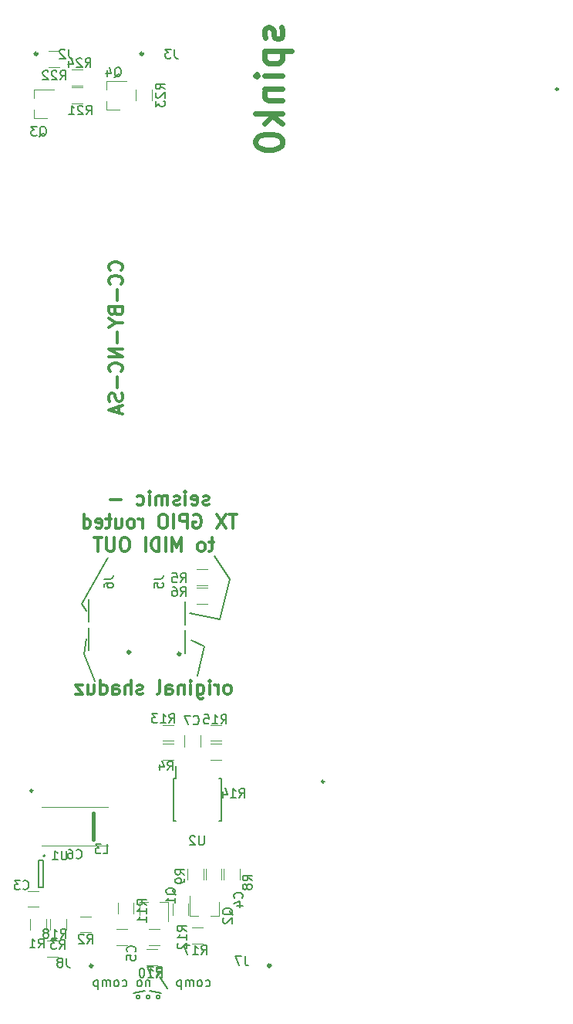
<source format=gbr>
G04 #@! TF.FileFunction,Legend,Bot*
%FSLAX46Y46*%
G04 Gerber Fmt 4.6, Leading zero omitted, Abs format (unit mm)*
G04 Created by KiCad (PCBNEW 4.0.6) date 2018 February 20, Tuesday 14:46:14*
%MOMM*%
%LPD*%
G01*
G04 APERTURE LIST*
%ADD10C,0.100000*%
%ADD11C,0.600000*%
%ADD12C,0.300000*%
%ADD13C,0.150000*%
%ADD14C,0.200000*%
%ADD15C,0.450000*%
%ADD16C,0.120000*%
%ADD17C,0.250000*%
G04 APERTURE END LIST*
D10*
D11*
X29114286Y-1185715D02*
X29257143Y-1471429D01*
X29257143Y-2042857D01*
X29114286Y-2328572D01*
X28828571Y-2471429D01*
X28685714Y-2471429D01*
X28400000Y-2328572D01*
X28257143Y-2042857D01*
X28257143Y-1614286D01*
X28114286Y-1328572D01*
X27828571Y-1185715D01*
X27685714Y-1185715D01*
X27400000Y-1328572D01*
X27257143Y-1614286D01*
X27257143Y-2042857D01*
X27400000Y-2328572D01*
X27257143Y-3757143D02*
X30257143Y-3757143D01*
X27400000Y-3757143D02*
X27257143Y-4042857D01*
X27257143Y-4614286D01*
X27400000Y-4900000D01*
X27542857Y-5042857D01*
X27828571Y-5185714D01*
X28685714Y-5185714D01*
X28971429Y-5042857D01*
X29114286Y-4900000D01*
X29257143Y-4614286D01*
X29257143Y-4042857D01*
X29114286Y-3757143D01*
X29257143Y-6471429D02*
X27257143Y-6471429D01*
X26257143Y-6471429D02*
X26400000Y-6328572D01*
X26542857Y-6471429D01*
X26400000Y-6614286D01*
X26257143Y-6471429D01*
X26542857Y-6471429D01*
X27257143Y-7900000D02*
X29257143Y-7900000D01*
X27542857Y-7900000D02*
X27400000Y-8042857D01*
X27257143Y-8328571D01*
X27257143Y-8757143D01*
X27400000Y-9042857D01*
X27685714Y-9185714D01*
X29257143Y-9185714D01*
X29257143Y-10614286D02*
X26257143Y-10614286D01*
X28114286Y-10900000D02*
X29257143Y-11757143D01*
X27257143Y-11757143D02*
X28400000Y-10614286D01*
X26257143Y-13614285D02*
X26257143Y-13900000D01*
X26400000Y-14185714D01*
X26542857Y-14328571D01*
X26828571Y-14471428D01*
X27400000Y-14614285D01*
X28114286Y-14614285D01*
X28685714Y-14471428D01*
X28971429Y-14328571D01*
X29114286Y-14185714D01*
X29257143Y-13900000D01*
X29257143Y-13614285D01*
X29114286Y-13328571D01*
X28971429Y-13185714D01*
X28685714Y-13042857D01*
X28114286Y-12900000D01*
X27400000Y-12900000D01*
X26828571Y-13042857D01*
X26542857Y-13185714D01*
X26400000Y-13328571D01*
X26257143Y-13614285D01*
X29114286Y-1185715D02*
X29257143Y-1471429D01*
X29257143Y-2042857D01*
X29114286Y-2328572D01*
X28828571Y-2471429D01*
X28685714Y-2471429D01*
X28400000Y-2328572D01*
X28257143Y-2042857D01*
X28257143Y-1614286D01*
X28114286Y-1328572D01*
X27828571Y-1185715D01*
X27685714Y-1185715D01*
X27400000Y-1328572D01*
X27257143Y-1614286D01*
X27257143Y-2042857D01*
X27400000Y-2328572D01*
X27257143Y-3757143D02*
X30257143Y-3757143D01*
X27400000Y-3757143D02*
X27257143Y-4042857D01*
X27257143Y-4614286D01*
X27400000Y-4900000D01*
X27542857Y-5042857D01*
X27828571Y-5185714D01*
X28685714Y-5185714D01*
X28971429Y-5042857D01*
X29114286Y-4900000D01*
X29257143Y-4614286D01*
X29257143Y-4042857D01*
X29114286Y-3757143D01*
X29257143Y-6471429D02*
X27257143Y-6471429D01*
X26257143Y-6471429D02*
X26400000Y-6328572D01*
X26542857Y-6471429D01*
X26400000Y-6614286D01*
X26257143Y-6471429D01*
X26542857Y-6471429D01*
X27257143Y-7900000D02*
X29257143Y-7900000D01*
X27542857Y-7900000D02*
X27400000Y-8042857D01*
X27257143Y-8328571D01*
X27257143Y-8757143D01*
X27400000Y-9042857D01*
X27685714Y-9185714D01*
X29257143Y-9185714D01*
X29257143Y-10614286D02*
X26257143Y-10614286D01*
X28114286Y-10900000D02*
X29257143Y-11757143D01*
X27257143Y-11757143D02*
X28400000Y-10614286D01*
X26257143Y-13614285D02*
X26257143Y-13900000D01*
X26400000Y-14185714D01*
X26542857Y-14328571D01*
X26828571Y-14471428D01*
X27400000Y-14614285D01*
X28114286Y-14614285D01*
X28685714Y-14471428D01*
X28971429Y-14328571D01*
X29114286Y-14185714D01*
X29257143Y-13900000D01*
X29257143Y-13614285D01*
X29114286Y-13328571D01*
X28971429Y-13185714D01*
X28685714Y-13042857D01*
X28114286Y-12900000D01*
X27400000Y-12900000D01*
X26828571Y-13042857D01*
X26542857Y-13185714D01*
X26400000Y-13328571D01*
X26257143Y-13614285D01*
D12*
X11535714Y-27842858D02*
X11607143Y-27771429D01*
X11678571Y-27557143D01*
X11678571Y-27414286D01*
X11607143Y-27200001D01*
X11464286Y-27057143D01*
X11321429Y-26985715D01*
X11035714Y-26914286D01*
X10821429Y-26914286D01*
X10535714Y-26985715D01*
X10392857Y-27057143D01*
X10250000Y-27200001D01*
X10178571Y-27414286D01*
X10178571Y-27557143D01*
X10250000Y-27771429D01*
X10321429Y-27842858D01*
X11535714Y-29342858D02*
X11607143Y-29271429D01*
X11678571Y-29057143D01*
X11678571Y-28914286D01*
X11607143Y-28700001D01*
X11464286Y-28557143D01*
X11321429Y-28485715D01*
X11035714Y-28414286D01*
X10821429Y-28414286D01*
X10535714Y-28485715D01*
X10392857Y-28557143D01*
X10250000Y-28700001D01*
X10178571Y-28914286D01*
X10178571Y-29057143D01*
X10250000Y-29271429D01*
X10321429Y-29342858D01*
X11107143Y-29985715D02*
X11107143Y-31128572D01*
X10892857Y-32342858D02*
X10964286Y-32557144D01*
X11035714Y-32628572D01*
X11178571Y-32700001D01*
X11392857Y-32700001D01*
X11535714Y-32628572D01*
X11607143Y-32557144D01*
X11678571Y-32414286D01*
X11678571Y-31842858D01*
X10178571Y-31842858D01*
X10178571Y-32342858D01*
X10250000Y-32485715D01*
X10321429Y-32557144D01*
X10464286Y-32628572D01*
X10607143Y-32628572D01*
X10750000Y-32557144D01*
X10821429Y-32485715D01*
X10892857Y-32342858D01*
X10892857Y-31842858D01*
X10964286Y-33628572D02*
X11678571Y-33628572D01*
X10178571Y-33128572D02*
X10964286Y-33628572D01*
X10178571Y-34128572D01*
X11107143Y-34628572D02*
X11107143Y-35771429D01*
X11678571Y-36485715D02*
X10178571Y-36485715D01*
X11678571Y-37342858D01*
X10178571Y-37342858D01*
X11535714Y-38914287D02*
X11607143Y-38842858D01*
X11678571Y-38628572D01*
X11678571Y-38485715D01*
X11607143Y-38271430D01*
X11464286Y-38128572D01*
X11321429Y-38057144D01*
X11035714Y-37985715D01*
X10821429Y-37985715D01*
X10535714Y-38057144D01*
X10392857Y-38128572D01*
X10250000Y-38271430D01*
X10178571Y-38485715D01*
X10178571Y-38628572D01*
X10250000Y-38842858D01*
X10321429Y-38914287D01*
X11107143Y-39557144D02*
X11107143Y-40700001D01*
X11607143Y-41342858D02*
X11678571Y-41557144D01*
X11678571Y-41914287D01*
X11607143Y-42057144D01*
X11535714Y-42128573D01*
X11392857Y-42200001D01*
X11250000Y-42200001D01*
X11107143Y-42128573D01*
X11035714Y-42057144D01*
X10964286Y-41914287D01*
X10892857Y-41628573D01*
X10821429Y-41485715D01*
X10750000Y-41414287D01*
X10607143Y-41342858D01*
X10464286Y-41342858D01*
X10321429Y-41414287D01*
X10250000Y-41485715D01*
X10178571Y-41628573D01*
X10178571Y-41985715D01*
X10250000Y-42200001D01*
X11250000Y-42771429D02*
X11250000Y-43485715D01*
X11678571Y-42628572D02*
X10178571Y-43128572D01*
X11678571Y-43628572D01*
D13*
X20804762Y-106304762D02*
X20900000Y-106352381D01*
X21090477Y-106352381D01*
X21185715Y-106304762D01*
X21233334Y-106257143D01*
X21280953Y-106161905D01*
X21280953Y-105876190D01*
X21233334Y-105780952D01*
X21185715Y-105733333D01*
X21090477Y-105685714D01*
X20900000Y-105685714D01*
X20804762Y-105733333D01*
X20233334Y-106352381D02*
X20328572Y-106304762D01*
X20376191Y-106257143D01*
X20423810Y-106161905D01*
X20423810Y-105876190D01*
X20376191Y-105780952D01*
X20328572Y-105733333D01*
X20233334Y-105685714D01*
X20090476Y-105685714D01*
X19995238Y-105733333D01*
X19947619Y-105780952D01*
X19900000Y-105876190D01*
X19900000Y-106161905D01*
X19947619Y-106257143D01*
X19995238Y-106304762D01*
X20090476Y-106352381D01*
X20233334Y-106352381D01*
X19471429Y-106352381D02*
X19471429Y-105685714D01*
X19471429Y-105780952D02*
X19423810Y-105733333D01*
X19328572Y-105685714D01*
X19185714Y-105685714D01*
X19090476Y-105733333D01*
X19042857Y-105828571D01*
X19042857Y-106352381D01*
X19042857Y-105828571D02*
X18995238Y-105733333D01*
X18900000Y-105685714D01*
X18757143Y-105685714D01*
X18661905Y-105733333D01*
X18614286Y-105828571D01*
X18614286Y-106352381D01*
X18138096Y-105685714D02*
X18138096Y-106685714D01*
X18138096Y-105733333D02*
X18042858Y-105685714D01*
X17852381Y-105685714D01*
X17757143Y-105733333D01*
X17709524Y-105780952D01*
X17661905Y-105876190D01*
X17661905Y-106161905D01*
X17709524Y-106257143D01*
X17757143Y-106304762D01*
X17852381Y-106352381D01*
X18042858Y-106352381D01*
X18138096Y-106304762D01*
X15757143Y-105304762D02*
X16614286Y-106590476D01*
X14661905Y-105685714D02*
X14661905Y-106352381D01*
X14661905Y-105780952D02*
X14614286Y-105733333D01*
X14519048Y-105685714D01*
X14376190Y-105685714D01*
X14280952Y-105733333D01*
X14233333Y-105828571D01*
X14233333Y-106352381D01*
X13614286Y-106352381D02*
X13709524Y-106304762D01*
X13757143Y-106257143D01*
X13804762Y-106161905D01*
X13804762Y-105876190D01*
X13757143Y-105780952D01*
X13709524Y-105733333D01*
X13614286Y-105685714D01*
X13471428Y-105685714D01*
X13376190Y-105733333D01*
X13328571Y-105780952D01*
X13280952Y-105876190D01*
X13280952Y-106161905D01*
X13328571Y-106257143D01*
X13376190Y-106304762D01*
X13471428Y-106352381D01*
X13614286Y-106352381D01*
X11661904Y-106304762D02*
X11757142Y-106352381D01*
X11947619Y-106352381D01*
X12042857Y-106304762D01*
X12090476Y-106257143D01*
X12138095Y-106161905D01*
X12138095Y-105876190D01*
X12090476Y-105780952D01*
X12042857Y-105733333D01*
X11947619Y-105685714D01*
X11757142Y-105685714D01*
X11661904Y-105733333D01*
X11090476Y-106352381D02*
X11185714Y-106304762D01*
X11233333Y-106257143D01*
X11280952Y-106161905D01*
X11280952Y-105876190D01*
X11233333Y-105780952D01*
X11185714Y-105733333D01*
X11090476Y-105685714D01*
X10947618Y-105685714D01*
X10852380Y-105733333D01*
X10804761Y-105780952D01*
X10757142Y-105876190D01*
X10757142Y-106161905D01*
X10804761Y-106257143D01*
X10852380Y-106304762D01*
X10947618Y-106352381D01*
X11090476Y-106352381D01*
X10328571Y-106352381D02*
X10328571Y-105685714D01*
X10328571Y-105780952D02*
X10280952Y-105733333D01*
X10185714Y-105685714D01*
X10042856Y-105685714D01*
X9947618Y-105733333D01*
X9899999Y-105828571D01*
X9899999Y-106352381D01*
X9899999Y-105828571D02*
X9852380Y-105733333D01*
X9757142Y-105685714D01*
X9614285Y-105685714D01*
X9519047Y-105733333D01*
X9471428Y-105828571D01*
X9471428Y-106352381D01*
X8995238Y-105685714D02*
X8995238Y-106685714D01*
X8995238Y-105733333D02*
X8900000Y-105685714D01*
X8709523Y-105685714D01*
X8614285Y-105733333D01*
X8566666Y-105780952D01*
X8519047Y-105876190D01*
X8519047Y-106161905D01*
X8566666Y-106257143D01*
X8614285Y-106304762D01*
X8709523Y-106352381D01*
X8900000Y-106352381D01*
X8995238Y-106304762D01*
D14*
X14200000Y-106800000D02*
X12900000Y-107100000D01*
X14700000Y-106800000D02*
X15900000Y-107100000D01*
X15800000Y-107500000D02*
G75*
G03X15800000Y-107500000I-200000J0D01*
G01*
X14700000Y-107500000D02*
G75*
G03X14700000Y-107500000I-200000J0D01*
G01*
X13600000Y-107500000D02*
G75*
G03X13600000Y-107500000I-200000J0D01*
G01*
X7200000Y-64400000D02*
X10100000Y-59300000D01*
X7700000Y-65200000D02*
X7200000Y-64400000D01*
X22400000Y-66100000D02*
X19100000Y-65400000D01*
X23500000Y-61700000D02*
X22400000Y-66100000D01*
X21800000Y-59150000D02*
X23500000Y-61700000D01*
X20700000Y-69100000D02*
X19900000Y-72300000D01*
X19200000Y-68400000D02*
X20700000Y-69100000D01*
X7450000Y-69900000D02*
X8650000Y-72850000D01*
X7700000Y-68200000D02*
X7450000Y-69900000D01*
X18600000Y-69800000D02*
X18600000Y-67300000D01*
X18600000Y-66700000D02*
X18600000Y-64200000D01*
X8000000Y-66400000D02*
X8000000Y-63900000D01*
X8000000Y-69500000D02*
X8000000Y-67000000D01*
D12*
X21150000Y-53477143D02*
X21007143Y-53548571D01*
X20721428Y-53548571D01*
X20578571Y-53477143D01*
X20507143Y-53334286D01*
X20507143Y-53262857D01*
X20578571Y-53120000D01*
X20721428Y-53048571D01*
X20935714Y-53048571D01*
X21078571Y-52977143D01*
X21150000Y-52834286D01*
X21150000Y-52762857D01*
X21078571Y-52620000D01*
X20935714Y-52548571D01*
X20721428Y-52548571D01*
X20578571Y-52620000D01*
X19292857Y-53477143D02*
X19435714Y-53548571D01*
X19721428Y-53548571D01*
X19864285Y-53477143D01*
X19935714Y-53334286D01*
X19935714Y-52762857D01*
X19864285Y-52620000D01*
X19721428Y-52548571D01*
X19435714Y-52548571D01*
X19292857Y-52620000D01*
X19221428Y-52762857D01*
X19221428Y-52905714D01*
X19935714Y-53048571D01*
X18578571Y-53548571D02*
X18578571Y-52548571D01*
X18578571Y-52048571D02*
X18650000Y-52120000D01*
X18578571Y-52191429D01*
X18507143Y-52120000D01*
X18578571Y-52048571D01*
X18578571Y-52191429D01*
X17935714Y-53477143D02*
X17792857Y-53548571D01*
X17507142Y-53548571D01*
X17364285Y-53477143D01*
X17292857Y-53334286D01*
X17292857Y-53262857D01*
X17364285Y-53120000D01*
X17507142Y-53048571D01*
X17721428Y-53048571D01*
X17864285Y-52977143D01*
X17935714Y-52834286D01*
X17935714Y-52762857D01*
X17864285Y-52620000D01*
X17721428Y-52548571D01*
X17507142Y-52548571D01*
X17364285Y-52620000D01*
X16649999Y-53548571D02*
X16649999Y-52548571D01*
X16649999Y-52691429D02*
X16578571Y-52620000D01*
X16435713Y-52548571D01*
X16221428Y-52548571D01*
X16078571Y-52620000D01*
X16007142Y-52762857D01*
X16007142Y-53548571D01*
X16007142Y-52762857D02*
X15935713Y-52620000D01*
X15792856Y-52548571D01*
X15578571Y-52548571D01*
X15435713Y-52620000D01*
X15364285Y-52762857D01*
X15364285Y-53548571D01*
X14649999Y-53548571D02*
X14649999Y-52548571D01*
X14649999Y-52048571D02*
X14721428Y-52120000D01*
X14649999Y-52191429D01*
X14578571Y-52120000D01*
X14649999Y-52048571D01*
X14649999Y-52191429D01*
X13292856Y-53477143D02*
X13435713Y-53548571D01*
X13721427Y-53548571D01*
X13864285Y-53477143D01*
X13935713Y-53405714D01*
X14007142Y-53262857D01*
X14007142Y-52834286D01*
X13935713Y-52691429D01*
X13864285Y-52620000D01*
X13721427Y-52548571D01*
X13435713Y-52548571D01*
X13292856Y-52620000D01*
X11507142Y-52977143D02*
X10364285Y-52977143D01*
X24221428Y-54598571D02*
X23364285Y-54598571D01*
X23792856Y-56098571D02*
X23792856Y-54598571D01*
X23007142Y-54598571D02*
X22007142Y-56098571D01*
X22007142Y-54598571D02*
X23007142Y-56098571D01*
X19507143Y-54670000D02*
X19650000Y-54598571D01*
X19864286Y-54598571D01*
X20078571Y-54670000D01*
X20221429Y-54812857D01*
X20292857Y-54955714D01*
X20364286Y-55241429D01*
X20364286Y-55455714D01*
X20292857Y-55741429D01*
X20221429Y-55884286D01*
X20078571Y-56027143D01*
X19864286Y-56098571D01*
X19721429Y-56098571D01*
X19507143Y-56027143D01*
X19435714Y-55955714D01*
X19435714Y-55455714D01*
X19721429Y-55455714D01*
X18792857Y-56098571D02*
X18792857Y-54598571D01*
X18221429Y-54598571D01*
X18078571Y-54670000D01*
X18007143Y-54741429D01*
X17935714Y-54884286D01*
X17935714Y-55098571D01*
X18007143Y-55241429D01*
X18078571Y-55312857D01*
X18221429Y-55384286D01*
X18792857Y-55384286D01*
X17292857Y-56098571D02*
X17292857Y-54598571D01*
X16292857Y-54598571D02*
X16007143Y-54598571D01*
X15864285Y-54670000D01*
X15721428Y-54812857D01*
X15650000Y-55098571D01*
X15650000Y-55598571D01*
X15721428Y-55884286D01*
X15864285Y-56027143D01*
X16007143Y-56098571D01*
X16292857Y-56098571D01*
X16435714Y-56027143D01*
X16578571Y-55884286D01*
X16650000Y-55598571D01*
X16650000Y-55098571D01*
X16578571Y-54812857D01*
X16435714Y-54670000D01*
X16292857Y-54598571D01*
X13864285Y-56098571D02*
X13864285Y-55098571D01*
X13864285Y-55384286D02*
X13792857Y-55241429D01*
X13721428Y-55170000D01*
X13578571Y-55098571D01*
X13435714Y-55098571D01*
X12721428Y-56098571D02*
X12864286Y-56027143D01*
X12935714Y-55955714D01*
X13007143Y-55812857D01*
X13007143Y-55384286D01*
X12935714Y-55241429D01*
X12864286Y-55170000D01*
X12721428Y-55098571D01*
X12507143Y-55098571D01*
X12364286Y-55170000D01*
X12292857Y-55241429D01*
X12221428Y-55384286D01*
X12221428Y-55812857D01*
X12292857Y-55955714D01*
X12364286Y-56027143D01*
X12507143Y-56098571D01*
X12721428Y-56098571D01*
X10935714Y-55098571D02*
X10935714Y-56098571D01*
X11578571Y-55098571D02*
X11578571Y-55884286D01*
X11507143Y-56027143D01*
X11364285Y-56098571D01*
X11150000Y-56098571D01*
X11007143Y-56027143D01*
X10935714Y-55955714D01*
X10435714Y-55098571D02*
X9864285Y-55098571D01*
X10221428Y-54598571D02*
X10221428Y-55884286D01*
X10150000Y-56027143D01*
X10007142Y-56098571D01*
X9864285Y-56098571D01*
X8792857Y-56027143D02*
X8935714Y-56098571D01*
X9221428Y-56098571D01*
X9364285Y-56027143D01*
X9435714Y-55884286D01*
X9435714Y-55312857D01*
X9364285Y-55170000D01*
X9221428Y-55098571D01*
X8935714Y-55098571D01*
X8792857Y-55170000D01*
X8721428Y-55312857D01*
X8721428Y-55455714D01*
X9435714Y-55598571D01*
X7435714Y-56098571D02*
X7435714Y-54598571D01*
X7435714Y-56027143D02*
X7578571Y-56098571D01*
X7864285Y-56098571D01*
X8007143Y-56027143D01*
X8078571Y-55955714D01*
X8150000Y-55812857D01*
X8150000Y-55384286D01*
X8078571Y-55241429D01*
X8007143Y-55170000D01*
X7864285Y-55098571D01*
X7578571Y-55098571D01*
X7435714Y-55170000D01*
X21721429Y-57648571D02*
X21150000Y-57648571D01*
X21507143Y-57148571D02*
X21507143Y-58434286D01*
X21435715Y-58577143D01*
X21292857Y-58648571D01*
X21150000Y-58648571D01*
X20435714Y-58648571D02*
X20578572Y-58577143D01*
X20650000Y-58505714D01*
X20721429Y-58362857D01*
X20721429Y-57934286D01*
X20650000Y-57791429D01*
X20578572Y-57720000D01*
X20435714Y-57648571D01*
X20221429Y-57648571D01*
X20078572Y-57720000D01*
X20007143Y-57791429D01*
X19935714Y-57934286D01*
X19935714Y-58362857D01*
X20007143Y-58505714D01*
X20078572Y-58577143D01*
X20221429Y-58648571D01*
X20435714Y-58648571D01*
X18150000Y-58648571D02*
X18150000Y-57148571D01*
X17650000Y-58220000D01*
X17150000Y-57148571D01*
X17150000Y-58648571D01*
X16435714Y-58648571D02*
X16435714Y-57148571D01*
X15721428Y-58648571D02*
X15721428Y-57148571D01*
X15364285Y-57148571D01*
X15150000Y-57220000D01*
X15007142Y-57362857D01*
X14935714Y-57505714D01*
X14864285Y-57791429D01*
X14864285Y-58005714D01*
X14935714Y-58291429D01*
X15007142Y-58434286D01*
X15150000Y-58577143D01*
X15364285Y-58648571D01*
X15721428Y-58648571D01*
X14221428Y-58648571D02*
X14221428Y-57148571D01*
X12078571Y-57148571D02*
X11792857Y-57148571D01*
X11649999Y-57220000D01*
X11507142Y-57362857D01*
X11435714Y-57648571D01*
X11435714Y-58148571D01*
X11507142Y-58434286D01*
X11649999Y-58577143D01*
X11792857Y-58648571D01*
X12078571Y-58648571D01*
X12221428Y-58577143D01*
X12364285Y-58434286D01*
X12435714Y-58148571D01*
X12435714Y-57648571D01*
X12364285Y-57362857D01*
X12221428Y-57220000D01*
X12078571Y-57148571D01*
X10792856Y-57148571D02*
X10792856Y-58362857D01*
X10721428Y-58505714D01*
X10649999Y-58577143D01*
X10507142Y-58648571D01*
X10221428Y-58648571D01*
X10078570Y-58577143D01*
X10007142Y-58505714D01*
X9935713Y-58362857D01*
X9935713Y-57148571D01*
X9435713Y-57148571D02*
X8578570Y-57148571D01*
X9007141Y-58648571D02*
X9007141Y-57148571D01*
X23334286Y-74288571D02*
X23477144Y-74217143D01*
X23548572Y-74145714D01*
X23620001Y-74002857D01*
X23620001Y-73574286D01*
X23548572Y-73431429D01*
X23477144Y-73360000D01*
X23334286Y-73288571D01*
X23120001Y-73288571D01*
X22977144Y-73360000D01*
X22905715Y-73431429D01*
X22834286Y-73574286D01*
X22834286Y-74002857D01*
X22905715Y-74145714D01*
X22977144Y-74217143D01*
X23120001Y-74288571D01*
X23334286Y-74288571D01*
X22191429Y-74288571D02*
X22191429Y-73288571D01*
X22191429Y-73574286D02*
X22120001Y-73431429D01*
X22048572Y-73360000D01*
X21905715Y-73288571D01*
X21762858Y-73288571D01*
X21262858Y-74288571D02*
X21262858Y-73288571D01*
X21262858Y-72788571D02*
X21334287Y-72860000D01*
X21262858Y-72931429D01*
X21191430Y-72860000D01*
X21262858Y-72788571D01*
X21262858Y-72931429D01*
X19905715Y-73288571D02*
X19905715Y-74502857D01*
X19977144Y-74645714D01*
X20048572Y-74717143D01*
X20191429Y-74788571D01*
X20405715Y-74788571D01*
X20548572Y-74717143D01*
X19905715Y-74217143D02*
X20048572Y-74288571D01*
X20334286Y-74288571D01*
X20477144Y-74217143D01*
X20548572Y-74145714D01*
X20620001Y-74002857D01*
X20620001Y-73574286D01*
X20548572Y-73431429D01*
X20477144Y-73360000D01*
X20334286Y-73288571D01*
X20048572Y-73288571D01*
X19905715Y-73360000D01*
X19191429Y-74288571D02*
X19191429Y-73288571D01*
X19191429Y-72788571D02*
X19262858Y-72860000D01*
X19191429Y-72931429D01*
X19120001Y-72860000D01*
X19191429Y-72788571D01*
X19191429Y-72931429D01*
X18477143Y-73288571D02*
X18477143Y-74288571D01*
X18477143Y-73431429D02*
X18405715Y-73360000D01*
X18262857Y-73288571D01*
X18048572Y-73288571D01*
X17905715Y-73360000D01*
X17834286Y-73502857D01*
X17834286Y-74288571D01*
X16477143Y-74288571D02*
X16477143Y-73502857D01*
X16548572Y-73360000D01*
X16691429Y-73288571D01*
X16977143Y-73288571D01*
X17120000Y-73360000D01*
X16477143Y-74217143D02*
X16620000Y-74288571D01*
X16977143Y-74288571D01*
X17120000Y-74217143D01*
X17191429Y-74074286D01*
X17191429Y-73931429D01*
X17120000Y-73788571D01*
X16977143Y-73717143D01*
X16620000Y-73717143D01*
X16477143Y-73645714D01*
X15548571Y-74288571D02*
X15691429Y-74217143D01*
X15762857Y-74074286D01*
X15762857Y-72788571D01*
X13905715Y-74217143D02*
X13762858Y-74288571D01*
X13477143Y-74288571D01*
X13334286Y-74217143D01*
X13262858Y-74074286D01*
X13262858Y-74002857D01*
X13334286Y-73860000D01*
X13477143Y-73788571D01*
X13691429Y-73788571D01*
X13834286Y-73717143D01*
X13905715Y-73574286D01*
X13905715Y-73502857D01*
X13834286Y-73360000D01*
X13691429Y-73288571D01*
X13477143Y-73288571D01*
X13334286Y-73360000D01*
X12620000Y-74288571D02*
X12620000Y-72788571D01*
X11977143Y-74288571D02*
X11977143Y-73502857D01*
X12048572Y-73360000D01*
X12191429Y-73288571D01*
X12405714Y-73288571D01*
X12548572Y-73360000D01*
X12620000Y-73431429D01*
X10620000Y-74288571D02*
X10620000Y-73502857D01*
X10691429Y-73360000D01*
X10834286Y-73288571D01*
X11120000Y-73288571D01*
X11262857Y-73360000D01*
X10620000Y-74217143D02*
X10762857Y-74288571D01*
X11120000Y-74288571D01*
X11262857Y-74217143D01*
X11334286Y-74074286D01*
X11334286Y-73931429D01*
X11262857Y-73788571D01*
X11120000Y-73717143D01*
X10762857Y-73717143D01*
X10620000Y-73645714D01*
X9262857Y-74288571D02*
X9262857Y-72788571D01*
X9262857Y-74217143D02*
X9405714Y-74288571D01*
X9691428Y-74288571D01*
X9834286Y-74217143D01*
X9905714Y-74145714D01*
X9977143Y-74002857D01*
X9977143Y-73574286D01*
X9905714Y-73431429D01*
X9834286Y-73360000D01*
X9691428Y-73288571D01*
X9405714Y-73288571D01*
X9262857Y-73360000D01*
X7905714Y-73288571D02*
X7905714Y-74288571D01*
X8548571Y-73288571D02*
X8548571Y-74074286D01*
X8477143Y-74217143D01*
X8334285Y-74288571D01*
X8120000Y-74288571D01*
X7977143Y-74217143D01*
X7905714Y-74145714D01*
X7334285Y-73288571D02*
X6548571Y-73288571D01*
X7334285Y-74288571D01*
X6548571Y-74288571D01*
D15*
X8450000Y-87400000D02*
X8450000Y-90200000D01*
D16*
X10100000Y-86650000D02*
X2800000Y-86650000D01*
X10100000Y-90950000D02*
X2800000Y-90950000D01*
X1300000Y-97630000D02*
X2500000Y-97630000D01*
X2500000Y-95870000D02*
X1300000Y-95870000D01*
D17*
X27524000Y-8942000D02*
G75*
G03X27524000Y-8942000I-127000J0D01*
G01*
D16*
X22569596Y-94625000D02*
X22569596Y-93425000D01*
X20809596Y-93425000D02*
X20809596Y-94625000D01*
X11050000Y-101830000D02*
X12250000Y-101830000D01*
X12250000Y-100070000D02*
X11050000Y-100070000D01*
X13570000Y-97090000D02*
X14500000Y-97090000D01*
X16730000Y-97090000D02*
X15800000Y-97090000D01*
X16730000Y-97090000D02*
X16730000Y-99250000D01*
X13570000Y-97090000D02*
X13570000Y-98550000D01*
X22269596Y-98585000D02*
X21339596Y-98585000D01*
X19109596Y-98585000D02*
X20039596Y-98585000D01*
X19109596Y-98585000D02*
X19109596Y-96425000D01*
X22269596Y-98585000D02*
X22269596Y-97125000D01*
X21000000Y-60620000D02*
X19800000Y-60620000D01*
X19800000Y-62380000D02*
X21000000Y-62380000D01*
X21000000Y-62630000D02*
X19800000Y-62630000D01*
X19800000Y-64390000D02*
X21000000Y-64390000D01*
X15500000Y-102270000D02*
X14300000Y-102270000D01*
X14300000Y-104030000D02*
X15500000Y-104030000D01*
X24569596Y-94625000D02*
X24569596Y-93425000D01*
X22809596Y-93425000D02*
X22809596Y-94625000D01*
X18809596Y-93425000D02*
X18809596Y-94625000D01*
X20569596Y-94625000D02*
X20569596Y-93425000D01*
X14550000Y-101830000D02*
X15750000Y-101830000D01*
X15750000Y-100070000D02*
X14550000Y-100070000D01*
X12930000Y-98400000D02*
X12930000Y-97200000D01*
X11170000Y-97200000D02*
X11170000Y-98400000D01*
X17170000Y-97300000D02*
X17170000Y-98500000D01*
X18930000Y-98500000D02*
X18930000Y-97300000D01*
D17*
X1825000Y-84897000D02*
G75*
G03X1825000Y-84897000I-127000J0D01*
G01*
D12*
X18041421Y-69900000D02*
G75*
G03X18041421Y-69900000I-141421J0D01*
G01*
X12541421Y-69700000D02*
G75*
G03X12541421Y-69700000I-141421J0D01*
G01*
D16*
X1975000Y-11195000D02*
X1975000Y-10265000D01*
X1975000Y-8035000D02*
X1975000Y-8965000D01*
X1975000Y-8035000D02*
X4135000Y-8035000D01*
X1975000Y-11195000D02*
X3435000Y-11195000D01*
X7295000Y-7775000D02*
X6095000Y-7775000D01*
X6095000Y-9535000D02*
X7295000Y-9535000D01*
X3600000Y-5580000D02*
X4800000Y-5580000D01*
X4800000Y-3820000D02*
X3600000Y-3820000D01*
X9945000Y-10215000D02*
X9945000Y-9285000D01*
X9945000Y-7055000D02*
X9945000Y-7985000D01*
X9945000Y-7055000D02*
X12105000Y-7055000D01*
X9945000Y-10215000D02*
X11405000Y-10215000D01*
X14905000Y-9245000D02*
X14905000Y-8045000D01*
X13145000Y-8045000D02*
X13145000Y-9245000D01*
X6115000Y-7580000D02*
X7315000Y-7580000D01*
X7315000Y-5820000D02*
X6115000Y-5820000D01*
X3280000Y-100150000D02*
X3280000Y-98950000D01*
X1520000Y-98950000D02*
X1520000Y-100150000D01*
X8250000Y-98670000D02*
X7050000Y-98670000D01*
X7050000Y-100430000D02*
X8250000Y-100430000D01*
X5480000Y-100150000D02*
X5480000Y-98950000D01*
X3720000Y-98950000D02*
X3720000Y-100150000D01*
D13*
X3200000Y-92050000D02*
G75*
G03X3200000Y-92050000I-100000J0D01*
G01*
X2450000Y-92550000D02*
X2950000Y-92550000D01*
X2450000Y-95450000D02*
X2450000Y-92550000D01*
X2950000Y-95450000D02*
X2450000Y-95450000D01*
X2950000Y-92550000D02*
X2950000Y-95450000D01*
D12*
X27941421Y-104050000D02*
G75*
G03X27941421Y-104050000I-141421J0D01*
G01*
X8391421Y-104100000D02*
G75*
G03X8391421Y-104100000I-141421J0D01*
G01*
D16*
X16075000Y-81530000D02*
X17275000Y-81530000D01*
X17275000Y-79770000D02*
X16075000Y-79770000D01*
X17275000Y-77670000D02*
X16075000Y-77670000D01*
X16075000Y-79430000D02*
X17275000Y-79430000D01*
X22549512Y-79770000D02*
X21349512Y-79770000D01*
X21349512Y-81530000D02*
X22549512Y-81530000D01*
X21349512Y-79430000D02*
X22549512Y-79430000D01*
X22549512Y-77670000D02*
X21349512Y-77670000D01*
D13*
X17300000Y-83525000D02*
X17525000Y-83525000D01*
X17300000Y-88175000D02*
X17525000Y-88175000D01*
X22550000Y-88175000D02*
X22325000Y-88175000D01*
X22550000Y-83525000D02*
X22325000Y-83525000D01*
X17300000Y-83525000D02*
X17300000Y-88175000D01*
X22550000Y-83525000D02*
X22550000Y-88175000D01*
X17525000Y-83525000D02*
X17525000Y-82175000D01*
D16*
X20230000Y-80050000D02*
X20230000Y-78850000D01*
X18470000Y-78850000D02*
X18470000Y-80050000D01*
X20550000Y-99920000D02*
X19350000Y-99920000D01*
X19350000Y-101680000D02*
X20550000Y-101680000D01*
X3400000Y-103080000D02*
X4600000Y-103080000D01*
X4600000Y-101320000D02*
X3400000Y-101320000D01*
D12*
X2341421Y-4100000D02*
G75*
G03X2341421Y-4100000I-141421J0D01*
G01*
X13941421Y-4100000D02*
G75*
G03X13941421Y-4100000I-141421J0D01*
G01*
D17*
X59524000Y-7972000D02*
G75*
G03X59524000Y-7972000I-127000J0D01*
G01*
X33825000Y-83897000D02*
G75*
G03X33825000Y-83897000I-127000J0D01*
G01*
D13*
X6616666Y-92257143D02*
X6664285Y-92304762D01*
X6807142Y-92352381D01*
X6902380Y-92352381D01*
X7045238Y-92304762D01*
X7140476Y-92209524D01*
X7188095Y-92114286D01*
X7235714Y-91923810D01*
X7235714Y-91780952D01*
X7188095Y-91590476D01*
X7140476Y-91495238D01*
X7045238Y-91400000D01*
X6902380Y-91352381D01*
X6807142Y-91352381D01*
X6664285Y-91400000D01*
X6616666Y-91447619D01*
X5759523Y-91352381D02*
X5950000Y-91352381D01*
X6045238Y-91400000D01*
X6092857Y-91447619D01*
X6188095Y-91590476D01*
X6235714Y-91780952D01*
X6235714Y-92161905D01*
X6188095Y-92257143D01*
X6140476Y-92304762D01*
X6045238Y-92352381D01*
X5854761Y-92352381D01*
X5759523Y-92304762D01*
X5711904Y-92257143D01*
X5664285Y-92161905D01*
X5664285Y-91923810D01*
X5711904Y-91828571D01*
X5759523Y-91780952D01*
X5854761Y-91733333D01*
X6045238Y-91733333D01*
X6140476Y-91780952D01*
X6188095Y-91828571D01*
X6235714Y-91923810D01*
X766666Y-95632193D02*
X814285Y-95679812D01*
X957142Y-95727431D01*
X1052380Y-95727431D01*
X1195238Y-95679812D01*
X1290476Y-95584574D01*
X1338095Y-95489336D01*
X1385714Y-95298860D01*
X1385714Y-95156002D01*
X1338095Y-94965526D01*
X1290476Y-94870288D01*
X1195238Y-94775050D01*
X1052380Y-94727431D01*
X957142Y-94727431D01*
X814285Y-94775050D01*
X766666Y-94822669D01*
X433333Y-94727431D02*
X-185715Y-94727431D01*
X147619Y-95108383D01*
X4761Y-95108383D01*
X-90477Y-95156002D01*
X-138096Y-95203621D01*
X-185715Y-95298860D01*
X-185715Y-95536955D01*
X-138096Y-95632193D01*
X-90477Y-95679812D01*
X4761Y-95727431D01*
X290476Y-95727431D01*
X385714Y-95679812D01*
X433333Y-95632193D01*
X24807143Y-96658334D02*
X24854762Y-96610715D01*
X24902381Y-96467858D01*
X24902381Y-96372620D01*
X24854762Y-96229762D01*
X24759524Y-96134524D01*
X24664286Y-96086905D01*
X24473810Y-96039286D01*
X24330952Y-96039286D01*
X24140476Y-96086905D01*
X24045238Y-96134524D01*
X23950000Y-96229762D01*
X23902381Y-96372620D01*
X23902381Y-96467858D01*
X23950000Y-96610715D01*
X23997619Y-96658334D01*
X24235714Y-97515477D02*
X24902381Y-97515477D01*
X23854762Y-97277381D02*
X24569048Y-97039286D01*
X24569048Y-97658334D01*
X13057143Y-102543738D02*
X13104762Y-102496119D01*
X13152381Y-102353262D01*
X13152381Y-102258024D01*
X13104762Y-102115166D01*
X13009524Y-102019928D01*
X12914286Y-101972309D01*
X12723810Y-101924690D01*
X12580952Y-101924690D01*
X12390476Y-101972309D01*
X12295238Y-102019928D01*
X12200000Y-102115166D01*
X12152381Y-102258024D01*
X12152381Y-102353262D01*
X12200000Y-102496119D01*
X12247619Y-102543738D01*
X12152381Y-103448500D02*
X12152381Y-102972309D01*
X12628571Y-102924690D01*
X12580952Y-102972309D01*
X12533333Y-103067547D01*
X12533333Y-103305643D01*
X12580952Y-103400881D01*
X12628571Y-103448500D01*
X12723810Y-103496119D01*
X12961905Y-103496119D01*
X13057143Y-103448500D01*
X13104762Y-103400881D01*
X13152381Y-103305643D01*
X13152381Y-103067547D01*
X13104762Y-102972309D01*
X13057143Y-102924690D01*
X17537215Y-96304762D02*
X17489596Y-96209524D01*
X17394358Y-96114286D01*
X17251501Y-95971429D01*
X17203882Y-95876190D01*
X17203882Y-95780952D01*
X17441977Y-95828571D02*
X17394358Y-95733333D01*
X17299120Y-95638095D01*
X17108644Y-95590476D01*
X16775310Y-95590476D01*
X16584834Y-95638095D01*
X16489596Y-95733333D01*
X16441977Y-95828571D01*
X16441977Y-96019048D01*
X16489596Y-96114286D01*
X16584834Y-96209524D01*
X16775310Y-96257143D01*
X17108644Y-96257143D01*
X17299120Y-96209524D01*
X17394358Y-96114286D01*
X17441977Y-96019048D01*
X17441977Y-95828571D01*
X17441977Y-97209524D02*
X17441977Y-96638095D01*
X17441977Y-96923809D02*
X16441977Y-96923809D01*
X16584834Y-96828571D01*
X16680072Y-96733333D01*
X16727691Y-96638095D01*
X23797619Y-98529762D02*
X23750000Y-98434524D01*
X23654762Y-98339286D01*
X23511905Y-98196429D01*
X23464286Y-98101190D01*
X23464286Y-98005952D01*
X23702381Y-98053571D02*
X23654762Y-97958333D01*
X23559524Y-97863095D01*
X23369048Y-97815476D01*
X23035714Y-97815476D01*
X22845238Y-97863095D01*
X22750000Y-97958333D01*
X22702381Y-98053571D01*
X22702381Y-98244048D01*
X22750000Y-98339286D01*
X22845238Y-98434524D01*
X23035714Y-98482143D01*
X23369048Y-98482143D01*
X23559524Y-98434524D01*
X23654762Y-98339286D01*
X23702381Y-98244048D01*
X23702381Y-98053571D01*
X22797619Y-98863095D02*
X22750000Y-98910714D01*
X22702381Y-99005952D01*
X22702381Y-99244048D01*
X22750000Y-99339286D01*
X22797619Y-99386905D01*
X22892857Y-99434524D01*
X22988095Y-99434524D01*
X23130952Y-99386905D01*
X23702381Y-98815476D01*
X23702381Y-99434524D01*
X18066666Y-62052381D02*
X18400000Y-61576190D01*
X18638095Y-62052381D02*
X18638095Y-61052381D01*
X18257142Y-61052381D01*
X18161904Y-61100000D01*
X18114285Y-61147619D01*
X18066666Y-61242857D01*
X18066666Y-61385714D01*
X18114285Y-61480952D01*
X18161904Y-61528571D01*
X18257142Y-61576190D01*
X18638095Y-61576190D01*
X17161904Y-61052381D02*
X17638095Y-61052381D01*
X17685714Y-61528571D01*
X17638095Y-61480952D01*
X17542857Y-61433333D01*
X17304761Y-61433333D01*
X17209523Y-61480952D01*
X17161904Y-61528571D01*
X17114285Y-61623810D01*
X17114285Y-61861905D01*
X17161904Y-61957143D01*
X17209523Y-62004762D01*
X17304761Y-62052381D01*
X17542857Y-62052381D01*
X17638095Y-62004762D01*
X17685714Y-61957143D01*
X18066666Y-63552381D02*
X18400000Y-63076190D01*
X18638095Y-63552381D02*
X18638095Y-62552381D01*
X18257142Y-62552381D01*
X18161904Y-62600000D01*
X18114285Y-62647619D01*
X18066666Y-62742857D01*
X18066666Y-62885714D01*
X18114285Y-62980952D01*
X18161904Y-63028571D01*
X18257142Y-63076190D01*
X18638095Y-63076190D01*
X17209523Y-62552381D02*
X17400000Y-62552381D01*
X17495238Y-62600000D01*
X17542857Y-62647619D01*
X17638095Y-62790476D01*
X17685714Y-62980952D01*
X17685714Y-63361905D01*
X17638095Y-63457143D01*
X17590476Y-63504762D01*
X17495238Y-63552381D01*
X17304761Y-63552381D01*
X17209523Y-63504762D01*
X17161904Y-63457143D01*
X17114285Y-63361905D01*
X17114285Y-63123810D01*
X17161904Y-63028571D01*
X17209523Y-62980952D01*
X17304761Y-62933333D01*
X17495238Y-62933333D01*
X17590476Y-62980952D01*
X17638095Y-63028571D01*
X17685714Y-63123810D01*
X15416666Y-105202381D02*
X15750000Y-104726190D01*
X15988095Y-105202381D02*
X15988095Y-104202381D01*
X15607142Y-104202381D01*
X15511904Y-104250000D01*
X15464285Y-104297619D01*
X15416666Y-104392857D01*
X15416666Y-104535714D01*
X15464285Y-104630952D01*
X15511904Y-104678571D01*
X15607142Y-104726190D01*
X15988095Y-104726190D01*
X15083333Y-104202381D02*
X14416666Y-104202381D01*
X14845238Y-105202381D01*
X25902381Y-94758334D02*
X25426190Y-94425000D01*
X25902381Y-94186905D02*
X24902381Y-94186905D01*
X24902381Y-94567858D01*
X24950000Y-94663096D01*
X24997619Y-94710715D01*
X25092857Y-94758334D01*
X25235714Y-94758334D01*
X25330952Y-94710715D01*
X25378571Y-94663096D01*
X25426190Y-94567858D01*
X25426190Y-94186905D01*
X25330952Y-95329762D02*
X25283333Y-95234524D01*
X25235714Y-95186905D01*
X25140476Y-95139286D01*
X25092857Y-95139286D01*
X24997619Y-95186905D01*
X24950000Y-95234524D01*
X24902381Y-95329762D01*
X24902381Y-95520239D01*
X24950000Y-95615477D01*
X24997619Y-95663096D01*
X25092857Y-95710715D01*
X25140476Y-95710715D01*
X25235714Y-95663096D01*
X25283333Y-95615477D01*
X25330952Y-95520239D01*
X25330952Y-95329762D01*
X25378571Y-95234524D01*
X25426190Y-95186905D01*
X25521429Y-95139286D01*
X25711905Y-95139286D01*
X25807143Y-95186905D01*
X25854762Y-95234524D01*
X25902381Y-95329762D01*
X25902381Y-95520239D01*
X25854762Y-95615477D01*
X25807143Y-95663096D01*
X25711905Y-95710715D01*
X25521429Y-95710715D01*
X25426190Y-95663096D01*
X25378571Y-95615477D01*
X25330952Y-95520239D01*
X18502381Y-94108334D02*
X18026190Y-93775000D01*
X18502381Y-93536905D02*
X17502381Y-93536905D01*
X17502381Y-93917858D01*
X17550000Y-94013096D01*
X17597619Y-94060715D01*
X17692857Y-94108334D01*
X17835714Y-94108334D01*
X17930952Y-94060715D01*
X17978571Y-94013096D01*
X18026190Y-93917858D01*
X18026190Y-93536905D01*
X18502381Y-94584524D02*
X18502381Y-94775000D01*
X18454762Y-94870239D01*
X18407143Y-94917858D01*
X18264286Y-95013096D01*
X18073810Y-95060715D01*
X17692857Y-95060715D01*
X17597619Y-95013096D01*
X17550000Y-94965477D01*
X17502381Y-94870239D01*
X17502381Y-94679762D01*
X17550000Y-94584524D01*
X17597619Y-94536905D01*
X17692857Y-94489286D01*
X17930952Y-94489286D01*
X18026190Y-94536905D01*
X18073810Y-94584524D01*
X18121429Y-94679762D01*
X18121429Y-94870239D01*
X18073810Y-94965477D01*
X18026190Y-95013096D01*
X17930952Y-95060715D01*
X15442857Y-105352381D02*
X15776191Y-104876190D01*
X16014286Y-105352381D02*
X16014286Y-104352381D01*
X15633333Y-104352381D01*
X15538095Y-104400000D01*
X15490476Y-104447619D01*
X15442857Y-104542857D01*
X15442857Y-104685714D01*
X15490476Y-104780952D01*
X15538095Y-104828571D01*
X15633333Y-104876190D01*
X16014286Y-104876190D01*
X14490476Y-105352381D02*
X15061905Y-105352381D01*
X14776191Y-105352381D02*
X14776191Y-104352381D01*
X14871429Y-104495238D01*
X14966667Y-104590476D01*
X15061905Y-104638095D01*
X13871429Y-104352381D02*
X13776190Y-104352381D01*
X13680952Y-104400000D01*
X13633333Y-104447619D01*
X13585714Y-104542857D01*
X13538095Y-104733333D01*
X13538095Y-104971429D01*
X13585714Y-105161905D01*
X13633333Y-105257143D01*
X13680952Y-105304762D01*
X13776190Y-105352381D01*
X13871429Y-105352381D01*
X13966667Y-105304762D01*
X14014286Y-105257143D01*
X14061905Y-105161905D01*
X14109524Y-104971429D01*
X14109524Y-104733333D01*
X14061905Y-104542857D01*
X14014286Y-104447619D01*
X13966667Y-104400000D01*
X13871429Y-104352381D01*
X14302381Y-97407143D02*
X13826190Y-97073809D01*
X14302381Y-96835714D02*
X13302381Y-96835714D01*
X13302381Y-97216667D01*
X13350000Y-97311905D01*
X13397619Y-97359524D01*
X13492857Y-97407143D01*
X13635714Y-97407143D01*
X13730952Y-97359524D01*
X13778571Y-97311905D01*
X13826190Y-97216667D01*
X13826190Y-96835714D01*
X14302381Y-98359524D02*
X14302381Y-97788095D01*
X14302381Y-98073809D02*
X13302381Y-98073809D01*
X13445238Y-97978571D01*
X13540476Y-97883333D01*
X13588095Y-97788095D01*
X14302381Y-99311905D02*
X14302381Y-98740476D01*
X14302381Y-99026190D02*
X13302381Y-99026190D01*
X13445238Y-98930952D01*
X13540476Y-98835714D01*
X13588095Y-98740476D01*
X18702381Y-100296739D02*
X18226190Y-99963405D01*
X18702381Y-99725310D02*
X17702381Y-99725310D01*
X17702381Y-100106263D01*
X17750000Y-100201501D01*
X17797619Y-100249120D01*
X17892857Y-100296739D01*
X18035714Y-100296739D01*
X18130952Y-100249120D01*
X18178571Y-100201501D01*
X18226190Y-100106263D01*
X18226190Y-99725310D01*
X18702381Y-101249120D02*
X18702381Y-100677691D01*
X18702381Y-100963405D02*
X17702381Y-100963405D01*
X17845238Y-100868167D01*
X17940476Y-100772929D01*
X17988095Y-100677691D01*
X17797619Y-101630072D02*
X17750000Y-101677691D01*
X17702381Y-101772929D01*
X17702381Y-102011025D01*
X17750000Y-102106263D01*
X17797619Y-102153882D01*
X17892857Y-102201501D01*
X17988095Y-102201501D01*
X18130952Y-102153882D01*
X18702381Y-101582453D01*
X18702381Y-102201501D01*
X15152381Y-61666667D02*
X15866667Y-61666667D01*
X16009524Y-61619047D01*
X16104762Y-61523809D01*
X16152381Y-61380952D01*
X16152381Y-61285714D01*
X15152381Y-62619048D02*
X15152381Y-62142857D01*
X15628571Y-62095238D01*
X15580952Y-62142857D01*
X15533333Y-62238095D01*
X15533333Y-62476191D01*
X15580952Y-62571429D01*
X15628571Y-62619048D01*
X15723810Y-62666667D01*
X15961905Y-62666667D01*
X16057143Y-62619048D01*
X16104762Y-62571429D01*
X16152381Y-62476191D01*
X16152381Y-62238095D01*
X16104762Y-62142857D01*
X16057143Y-62095238D01*
X9652381Y-61666667D02*
X10366667Y-61666667D01*
X10509524Y-61619047D01*
X10604762Y-61523809D01*
X10652381Y-61380952D01*
X10652381Y-61285714D01*
X9652381Y-62571429D02*
X9652381Y-62380952D01*
X9700000Y-62285714D01*
X9747619Y-62238095D01*
X9890476Y-62142857D01*
X10080952Y-62095238D01*
X10461905Y-62095238D01*
X10557143Y-62142857D01*
X10604762Y-62190476D01*
X10652381Y-62285714D01*
X10652381Y-62476191D01*
X10604762Y-62571429D01*
X10557143Y-62619048D01*
X10461905Y-62666667D01*
X10223810Y-62666667D01*
X10128571Y-62619048D01*
X10080952Y-62571429D01*
X10033333Y-62476191D01*
X10033333Y-62285714D01*
X10080952Y-62190476D01*
X10128571Y-62142857D01*
X10223810Y-62095238D01*
X2570238Y-13172619D02*
X2665476Y-13125000D01*
X2760714Y-13029762D01*
X2903571Y-12886905D01*
X2998810Y-12839286D01*
X3094048Y-12839286D01*
X3046429Y-13077381D02*
X3141667Y-13029762D01*
X3236905Y-12934524D01*
X3284524Y-12744048D01*
X3284524Y-12410714D01*
X3236905Y-12220238D01*
X3141667Y-12125000D01*
X3046429Y-12077381D01*
X2855952Y-12077381D01*
X2760714Y-12125000D01*
X2665476Y-12220238D01*
X2617857Y-12410714D01*
X2617857Y-12744048D01*
X2665476Y-12934524D01*
X2760714Y-13029762D01*
X2855952Y-13077381D01*
X3046429Y-13077381D01*
X2284524Y-12077381D02*
X1665476Y-12077381D01*
X1998810Y-12458333D01*
X1855952Y-12458333D01*
X1760714Y-12505952D01*
X1713095Y-12553571D01*
X1665476Y-12648810D01*
X1665476Y-12886905D01*
X1713095Y-12982143D01*
X1760714Y-13029762D01*
X1855952Y-13077381D01*
X2141667Y-13077381D01*
X2236905Y-13029762D01*
X2284524Y-12982143D01*
X7717857Y-10777381D02*
X8051191Y-10301190D01*
X8289286Y-10777381D02*
X8289286Y-9777381D01*
X7908333Y-9777381D01*
X7813095Y-9825000D01*
X7765476Y-9872619D01*
X7717857Y-9967857D01*
X7717857Y-10110714D01*
X7765476Y-10205952D01*
X7813095Y-10253571D01*
X7908333Y-10301190D01*
X8289286Y-10301190D01*
X7336905Y-9872619D02*
X7289286Y-9825000D01*
X7194048Y-9777381D01*
X6955952Y-9777381D01*
X6860714Y-9825000D01*
X6813095Y-9872619D01*
X6765476Y-9967857D01*
X6765476Y-10063095D01*
X6813095Y-10205952D01*
X7384524Y-10777381D01*
X6765476Y-10777381D01*
X5813095Y-10777381D02*
X6384524Y-10777381D01*
X6098810Y-10777381D02*
X6098810Y-9777381D01*
X6194048Y-9920238D01*
X6289286Y-10015476D01*
X6384524Y-10063095D01*
X4842857Y-6952381D02*
X5176191Y-6476190D01*
X5414286Y-6952381D02*
X5414286Y-5952381D01*
X5033333Y-5952381D01*
X4938095Y-6000000D01*
X4890476Y-6047619D01*
X4842857Y-6142857D01*
X4842857Y-6285714D01*
X4890476Y-6380952D01*
X4938095Y-6428571D01*
X5033333Y-6476190D01*
X5414286Y-6476190D01*
X4461905Y-6047619D02*
X4414286Y-6000000D01*
X4319048Y-5952381D01*
X4080952Y-5952381D01*
X3985714Y-6000000D01*
X3938095Y-6047619D01*
X3890476Y-6142857D01*
X3890476Y-6238095D01*
X3938095Y-6380952D01*
X4509524Y-6952381D01*
X3890476Y-6952381D01*
X3509524Y-6047619D02*
X3461905Y-6000000D01*
X3366667Y-5952381D01*
X3128571Y-5952381D01*
X3033333Y-6000000D01*
X2985714Y-6047619D01*
X2938095Y-6142857D01*
X2938095Y-6238095D01*
X2985714Y-6380952D01*
X3557143Y-6952381D01*
X2938095Y-6952381D01*
X10800238Y-6682619D02*
X10895476Y-6635000D01*
X10990714Y-6539762D01*
X11133571Y-6396905D01*
X11228810Y-6349286D01*
X11324048Y-6349286D01*
X11276429Y-6587381D02*
X11371667Y-6539762D01*
X11466905Y-6444524D01*
X11514524Y-6254048D01*
X11514524Y-5920714D01*
X11466905Y-5730238D01*
X11371667Y-5635000D01*
X11276429Y-5587381D01*
X11085952Y-5587381D01*
X10990714Y-5635000D01*
X10895476Y-5730238D01*
X10847857Y-5920714D01*
X10847857Y-6254048D01*
X10895476Y-6444524D01*
X10990714Y-6539762D01*
X11085952Y-6587381D01*
X11276429Y-6587381D01*
X9990714Y-5920714D02*
X9990714Y-6587381D01*
X10228810Y-5539762D02*
X10466905Y-6254048D01*
X9847857Y-6254048D01*
X16327381Y-7982143D02*
X15851190Y-7648809D01*
X16327381Y-7410714D02*
X15327381Y-7410714D01*
X15327381Y-7791667D01*
X15375000Y-7886905D01*
X15422619Y-7934524D01*
X15517857Y-7982143D01*
X15660714Y-7982143D01*
X15755952Y-7934524D01*
X15803571Y-7886905D01*
X15851190Y-7791667D01*
X15851190Y-7410714D01*
X15422619Y-8363095D02*
X15375000Y-8410714D01*
X15327381Y-8505952D01*
X15327381Y-8744048D01*
X15375000Y-8839286D01*
X15422619Y-8886905D01*
X15517857Y-8934524D01*
X15613095Y-8934524D01*
X15755952Y-8886905D01*
X16327381Y-8315476D01*
X16327381Y-8934524D01*
X15327381Y-9267857D02*
X15327381Y-9886905D01*
X15708333Y-9553571D01*
X15708333Y-9696429D01*
X15755952Y-9791667D01*
X15803571Y-9839286D01*
X15898810Y-9886905D01*
X16136905Y-9886905D01*
X16232143Y-9839286D01*
X16279762Y-9791667D01*
X16327381Y-9696429D01*
X16327381Y-9410714D01*
X16279762Y-9315476D01*
X16232143Y-9267857D01*
X7607857Y-5552381D02*
X7941191Y-5076190D01*
X8179286Y-5552381D02*
X8179286Y-4552381D01*
X7798333Y-4552381D01*
X7703095Y-4600000D01*
X7655476Y-4647619D01*
X7607857Y-4742857D01*
X7607857Y-4885714D01*
X7655476Y-4980952D01*
X7703095Y-5028571D01*
X7798333Y-5076190D01*
X8179286Y-5076190D01*
X7226905Y-4647619D02*
X7179286Y-4600000D01*
X7084048Y-4552381D01*
X6845952Y-4552381D01*
X6750714Y-4600000D01*
X6703095Y-4647619D01*
X6655476Y-4742857D01*
X6655476Y-4838095D01*
X6703095Y-4980952D01*
X7274524Y-5552381D01*
X6655476Y-5552381D01*
X5798333Y-4885714D02*
X5798333Y-5552381D01*
X6036429Y-4504762D02*
X6274524Y-5219048D01*
X5655476Y-5219048D01*
X9566666Y-91777431D02*
X10042857Y-91777431D01*
X10042857Y-90777431D01*
X9328571Y-90777431D02*
X8709523Y-90777431D01*
X9042857Y-91158383D01*
X8899999Y-91158383D01*
X8804761Y-91206002D01*
X8757142Y-91253621D01*
X8709523Y-91348860D01*
X8709523Y-91586955D01*
X8757142Y-91682193D01*
X8804761Y-91729812D01*
X8899999Y-91777431D01*
X9185714Y-91777431D01*
X9280952Y-91729812D01*
X9328571Y-91682193D01*
X2466666Y-102127431D02*
X2800000Y-101651240D01*
X3038095Y-102127431D02*
X3038095Y-101127431D01*
X2657142Y-101127431D01*
X2561904Y-101175050D01*
X2514285Y-101222669D01*
X2466666Y-101317907D01*
X2466666Y-101460764D01*
X2514285Y-101556002D01*
X2561904Y-101603621D01*
X2657142Y-101651240D01*
X3038095Y-101651240D01*
X1514285Y-102127431D02*
X2085714Y-102127431D01*
X1800000Y-102127431D02*
X1800000Y-101127431D01*
X1895238Y-101270288D01*
X1990476Y-101365526D01*
X2085714Y-101413145D01*
X7816666Y-101627431D02*
X8150000Y-101151240D01*
X8388095Y-101627431D02*
X8388095Y-100627431D01*
X8007142Y-100627431D01*
X7911904Y-100675050D01*
X7864285Y-100722669D01*
X7816666Y-100817907D01*
X7816666Y-100960764D01*
X7864285Y-101056002D01*
X7911904Y-101103621D01*
X8007142Y-101151240D01*
X8388095Y-101151240D01*
X7435714Y-100722669D02*
X7388095Y-100675050D01*
X7292857Y-100627431D01*
X7054761Y-100627431D01*
X6959523Y-100675050D01*
X6911904Y-100722669D01*
X6864285Y-100817907D01*
X6864285Y-100913145D01*
X6911904Y-101056002D01*
X7483333Y-101627431D01*
X6864285Y-101627431D01*
X4766666Y-102227431D02*
X5100000Y-101751240D01*
X5338095Y-102227431D02*
X5338095Y-101227431D01*
X4957142Y-101227431D01*
X4861904Y-101275050D01*
X4814285Y-101322669D01*
X4766666Y-101417907D01*
X4766666Y-101560764D01*
X4814285Y-101656002D01*
X4861904Y-101703621D01*
X4957142Y-101751240D01*
X5338095Y-101751240D01*
X4433333Y-101227431D02*
X3814285Y-101227431D01*
X4147619Y-101608383D01*
X4004761Y-101608383D01*
X3909523Y-101656002D01*
X3861904Y-101703621D01*
X3814285Y-101798860D01*
X3814285Y-102036955D01*
X3861904Y-102132193D01*
X3909523Y-102179812D01*
X4004761Y-102227431D01*
X4290476Y-102227431D01*
X4385714Y-102179812D01*
X4433333Y-102132193D01*
X5561905Y-91477431D02*
X5561905Y-92286955D01*
X5514286Y-92382193D01*
X5466667Y-92429812D01*
X5371429Y-92477431D01*
X5180952Y-92477431D01*
X5085714Y-92429812D01*
X5038095Y-92382193D01*
X4990476Y-92286955D01*
X4990476Y-91477431D01*
X3990476Y-92477431D02*
X4561905Y-92477431D01*
X4276191Y-92477431D02*
X4276191Y-91477431D01*
X4371429Y-91620288D01*
X4466667Y-91715526D01*
X4561905Y-91763145D01*
X25133333Y-103052381D02*
X25133333Y-103766667D01*
X25180953Y-103909524D01*
X25276191Y-104004762D01*
X25419048Y-104052381D01*
X25514286Y-104052381D01*
X24752381Y-103052381D02*
X24085714Y-103052381D01*
X24514286Y-104052381D01*
X5533333Y-103252381D02*
X5533333Y-103966667D01*
X5580953Y-104109524D01*
X5676191Y-104204762D01*
X5819048Y-104252381D01*
X5914286Y-104252381D01*
X4914286Y-103680952D02*
X5009524Y-103633333D01*
X5057143Y-103585714D01*
X5104762Y-103490476D01*
X5104762Y-103442857D01*
X5057143Y-103347619D01*
X5009524Y-103300000D01*
X4914286Y-103252381D01*
X4723809Y-103252381D01*
X4628571Y-103300000D01*
X4580952Y-103347619D01*
X4533333Y-103442857D01*
X4533333Y-103490476D01*
X4580952Y-103585714D01*
X4628571Y-103633333D01*
X4723809Y-103680952D01*
X4914286Y-103680952D01*
X5009524Y-103728571D01*
X5057143Y-103776190D01*
X5104762Y-103871429D01*
X5104762Y-104061905D01*
X5057143Y-104157143D01*
X5009524Y-104204762D01*
X4914286Y-104252381D01*
X4723809Y-104252381D01*
X4628571Y-104204762D01*
X4580952Y-104157143D01*
X4533333Y-104061905D01*
X4533333Y-103871429D01*
X4580952Y-103776190D01*
X4628571Y-103728571D01*
X4723809Y-103680952D01*
X16641666Y-82652381D02*
X16975000Y-82176190D01*
X17213095Y-82652381D02*
X17213095Y-81652381D01*
X16832142Y-81652381D01*
X16736904Y-81700000D01*
X16689285Y-81747619D01*
X16641666Y-81842857D01*
X16641666Y-81985714D01*
X16689285Y-82080952D01*
X16736904Y-82128571D01*
X16832142Y-82176190D01*
X17213095Y-82176190D01*
X15784523Y-81985714D02*
X15784523Y-82652381D01*
X16022619Y-81604762D02*
X16260714Y-82319048D01*
X15641666Y-82319048D01*
X16817857Y-77452381D02*
X17151191Y-76976190D01*
X17389286Y-77452381D02*
X17389286Y-76452381D01*
X17008333Y-76452381D01*
X16913095Y-76500000D01*
X16865476Y-76547619D01*
X16817857Y-76642857D01*
X16817857Y-76785714D01*
X16865476Y-76880952D01*
X16913095Y-76928571D01*
X17008333Y-76976190D01*
X17389286Y-76976190D01*
X15865476Y-77452381D02*
X16436905Y-77452381D01*
X16151191Y-77452381D02*
X16151191Y-76452381D01*
X16246429Y-76595238D01*
X16341667Y-76690476D01*
X16436905Y-76738095D01*
X15532143Y-76452381D02*
X14913095Y-76452381D01*
X15246429Y-76833333D01*
X15103571Y-76833333D01*
X15008333Y-76880952D01*
X14960714Y-76928571D01*
X14913095Y-77023810D01*
X14913095Y-77261905D01*
X14960714Y-77357143D01*
X15008333Y-77404762D01*
X15103571Y-77452381D01*
X15389286Y-77452381D01*
X15484524Y-77404762D01*
X15532143Y-77357143D01*
X24517857Y-85652381D02*
X24851191Y-85176190D01*
X25089286Y-85652381D02*
X25089286Y-84652381D01*
X24708333Y-84652381D01*
X24613095Y-84700000D01*
X24565476Y-84747619D01*
X24517857Y-84842857D01*
X24517857Y-84985714D01*
X24565476Y-85080952D01*
X24613095Y-85128571D01*
X24708333Y-85176190D01*
X25089286Y-85176190D01*
X23565476Y-85652381D02*
X24136905Y-85652381D01*
X23851191Y-85652381D02*
X23851191Y-84652381D01*
X23946429Y-84795238D01*
X24041667Y-84890476D01*
X24136905Y-84938095D01*
X22708333Y-84985714D02*
X22708333Y-85652381D01*
X22946429Y-84604762D02*
X23184524Y-85319048D01*
X22565476Y-85319048D01*
X22517857Y-77552381D02*
X22851191Y-77076190D01*
X23089286Y-77552381D02*
X23089286Y-76552381D01*
X22708333Y-76552381D01*
X22613095Y-76600000D01*
X22565476Y-76647619D01*
X22517857Y-76742857D01*
X22517857Y-76885714D01*
X22565476Y-76980952D01*
X22613095Y-77028571D01*
X22708333Y-77076190D01*
X23089286Y-77076190D01*
X21565476Y-77552381D02*
X22136905Y-77552381D01*
X21851191Y-77552381D02*
X21851191Y-76552381D01*
X21946429Y-76695238D01*
X22041667Y-76790476D01*
X22136905Y-76838095D01*
X20660714Y-76552381D02*
X21136905Y-76552381D01*
X21184524Y-77028571D01*
X21136905Y-76980952D01*
X21041667Y-76933333D01*
X20803571Y-76933333D01*
X20708333Y-76980952D01*
X20660714Y-77028571D01*
X20613095Y-77123810D01*
X20613095Y-77361905D01*
X20660714Y-77457143D01*
X20708333Y-77504762D01*
X20803571Y-77552381D01*
X21041667Y-77552381D01*
X21136905Y-77504762D01*
X21184524Y-77457143D01*
X20636905Y-89852381D02*
X20636905Y-90661905D01*
X20589286Y-90757143D01*
X20541667Y-90804762D01*
X20446429Y-90852381D01*
X20255952Y-90852381D01*
X20160714Y-90804762D01*
X20113095Y-90757143D01*
X20065476Y-90661905D01*
X20065476Y-89852381D01*
X19636905Y-89947619D02*
X19589286Y-89900000D01*
X19494048Y-89852381D01*
X19255952Y-89852381D01*
X19160714Y-89900000D01*
X19113095Y-89947619D01*
X19065476Y-90042857D01*
X19065476Y-90138095D01*
X19113095Y-90280952D01*
X19684524Y-90852381D01*
X19065476Y-90852381D01*
X19466666Y-77557143D02*
X19514285Y-77604762D01*
X19657142Y-77652381D01*
X19752380Y-77652381D01*
X19895238Y-77604762D01*
X19990476Y-77509524D01*
X20038095Y-77414286D01*
X20085714Y-77223810D01*
X20085714Y-77080952D01*
X20038095Y-76890476D01*
X19990476Y-76795238D01*
X19895238Y-76700000D01*
X19752380Y-76652381D01*
X19657142Y-76652381D01*
X19514285Y-76700000D01*
X19466666Y-76747619D01*
X19133333Y-76652381D02*
X18466666Y-76652381D01*
X18895238Y-77652381D01*
X20342857Y-102852381D02*
X20676191Y-102376190D01*
X20914286Y-102852381D02*
X20914286Y-101852381D01*
X20533333Y-101852381D01*
X20438095Y-101900000D01*
X20390476Y-101947619D01*
X20342857Y-102042857D01*
X20342857Y-102185714D01*
X20390476Y-102280952D01*
X20438095Y-102328571D01*
X20533333Y-102376190D01*
X20914286Y-102376190D01*
X19390476Y-102852381D02*
X19961905Y-102852381D01*
X19676191Y-102852381D02*
X19676191Y-101852381D01*
X19771429Y-101995238D01*
X19866667Y-102090476D01*
X19961905Y-102138095D01*
X19057143Y-101852381D02*
X18390476Y-101852381D01*
X18819048Y-102852381D01*
X4892857Y-101052381D02*
X5226191Y-100576190D01*
X5464286Y-101052381D02*
X5464286Y-100052381D01*
X5083333Y-100052381D01*
X4988095Y-100100000D01*
X4940476Y-100147619D01*
X4892857Y-100242857D01*
X4892857Y-100385714D01*
X4940476Y-100480952D01*
X4988095Y-100528571D01*
X5083333Y-100576190D01*
X5464286Y-100576190D01*
X3940476Y-101052381D02*
X4511905Y-101052381D01*
X4226191Y-101052381D02*
X4226191Y-100052381D01*
X4321429Y-100195238D01*
X4416667Y-100290476D01*
X4511905Y-100338095D01*
X3369048Y-100480952D02*
X3464286Y-100433333D01*
X3511905Y-100385714D01*
X3559524Y-100290476D01*
X3559524Y-100242857D01*
X3511905Y-100147619D01*
X3464286Y-100100000D01*
X3369048Y-100052381D01*
X3178571Y-100052381D01*
X3083333Y-100100000D01*
X3035714Y-100147619D01*
X2988095Y-100242857D01*
X2988095Y-100290476D01*
X3035714Y-100385714D01*
X3083333Y-100433333D01*
X3178571Y-100480952D01*
X3369048Y-100480952D01*
X3464286Y-100528571D01*
X3511905Y-100576190D01*
X3559524Y-100671429D01*
X3559524Y-100861905D01*
X3511905Y-100957143D01*
X3464286Y-101004762D01*
X3369048Y-101052381D01*
X3178571Y-101052381D01*
X3083333Y-101004762D01*
X3035714Y-100957143D01*
X2988095Y-100861905D01*
X2988095Y-100671429D01*
X3035714Y-100576190D01*
X3083333Y-100528571D01*
X3178571Y-100480952D01*
X5783333Y-3602381D02*
X5783333Y-4316667D01*
X5830953Y-4459524D01*
X5926191Y-4554762D01*
X6069048Y-4602381D01*
X6164286Y-4602381D01*
X5354762Y-3697619D02*
X5307143Y-3650000D01*
X5211905Y-3602381D01*
X4973809Y-3602381D01*
X4878571Y-3650000D01*
X4830952Y-3697619D01*
X4783333Y-3792857D01*
X4783333Y-3888095D01*
X4830952Y-4030952D01*
X5402381Y-4602381D01*
X4783333Y-4602381D01*
X17383333Y-3602381D02*
X17383333Y-4316667D01*
X17430953Y-4459524D01*
X17526191Y-4554762D01*
X17669048Y-4602381D01*
X17764286Y-4602381D01*
X17002381Y-3602381D02*
X16383333Y-3602381D01*
X16716667Y-3983333D01*
X16573809Y-3983333D01*
X16478571Y-4030952D01*
X16430952Y-4078571D01*
X16383333Y-4173810D01*
X16383333Y-4411905D01*
X16430952Y-4507143D01*
X16478571Y-4554762D01*
X16573809Y-4602381D01*
X16859524Y-4602381D01*
X16954762Y-4554762D01*
X17002381Y-4507143D01*
M02*

</source>
